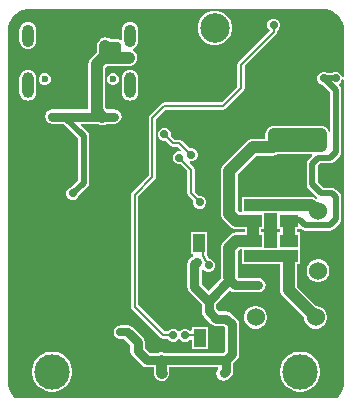
<source format=gbr>
%TF.GenerationSoftware,Altium Limited,Altium Designer,22.7.1 (60)*%
G04 Layer_Physical_Order=4*
G04 Layer_Color=16711680*
%FSLAX45Y45*%
%MOMM*%
%TF.SameCoordinates,1A5FE687-02E9-4ECA-85C8-40D928D14E81*%
%TF.FilePolarity,Positive*%
%TF.FileFunction,Copper,L4,Bot,Signal*%
%TF.Part,Single*%
G01*
G75*
%TA.AperFunction,Conductor*%
%ADD37C,0.80000*%
%ADD38C,1.00000*%
%ADD39C,0.50000*%
%ADD40C,0.20000*%
%ADD42C,0.70000*%
%TA.AperFunction,ComponentPad*%
%ADD46C,0.60000*%
%ADD47O,1.00000X2.20000*%
%ADD48O,1.00000X1.90000*%
%TA.AperFunction,WasherPad*%
%ADD49C,3.00000*%
%TA.AperFunction,ComponentPad*%
%ADD50C,1.52400*%
%ADD51C,2.50000*%
%TA.AperFunction,ViaPad*%
%ADD52C,0.70000*%
%TA.AperFunction,SMDPad,CuDef*%
%ADD53R,1.50000X1.00000*%
%ADD54R,1.00000X1.50000*%
%TA.AperFunction,Conductor*%
%ADD55C,0.90000*%
G36*
X2749416Y3862903D02*
X2780247Y3850132D01*
X2807995Y3831592D01*
X2831592Y3807994D01*
X2850132Y3780248D01*
X2862903Y3749416D01*
X2869414Y3716685D01*
Y3700000D01*
Y3297300D01*
X2857257Y3295988D01*
X2848884Y3316202D01*
X2833412Y3331674D01*
X2813198Y3340047D01*
X2791318D01*
X2771103Y3331674D01*
X2770358Y3330929D01*
X2734158D01*
X2733413Y3331674D01*
X2713198Y3340047D01*
X2691318D01*
X2671103Y3331674D01*
X2655631Y3316202D01*
X2647258Y3295987D01*
Y3274107D01*
X2655631Y3253892D01*
X2671103Y3238421D01*
X2691318Y3230047D01*
X2692371D01*
X2756376Y3166043D01*
Y2835143D01*
X2743676Y2832617D01*
X2738402Y2845349D01*
X2727182Y2859972D01*
X2712559Y2871192D01*
X2695531Y2878245D01*
X2677258Y2880651D01*
X2277258D01*
X2258984Y2878245D01*
X2241956Y2871192D01*
X2227333Y2859972D01*
X2216113Y2845349D01*
X2209060Y2828321D01*
X2206654Y2810047D01*
Y2770604D01*
X2100000D01*
X2081727Y2768198D01*
X2064698Y2761145D01*
X2050076Y2749924D01*
X1850076Y2549924D01*
X1838855Y2535302D01*
X1831802Y2518273D01*
X1829396Y2500000D01*
Y2138626D01*
X1831802Y2120353D01*
X1838855Y2103324D01*
X1850076Y2088702D01*
X1908654Y2030123D01*
X1923277Y2018903D01*
X1940305Y2011849D01*
X1958579Y2009444D01*
X2031654D01*
Y1980651D01*
X1960047D01*
X1941774Y1978245D01*
X1924745Y1971192D01*
X1910123Y1959972D01*
X1850076Y1899925D01*
X1838855Y1885302D01*
X1831802Y1868274D01*
X1829396Y1850000D01*
Y1600000D01*
X1830454Y1591968D01*
X1725000Y1486515D01*
X1666254Y1545261D01*
Y1664917D01*
X1675991Y1668073D01*
X1678954Y1668264D01*
X1693845Y1653373D01*
X1714060Y1645000D01*
X1735940D01*
X1756155Y1653373D01*
X1771627Y1668845D01*
X1780000Y1689060D01*
Y1710940D01*
X1771627Y1731155D01*
X1756155Y1746626D01*
X1735940Y1755000D01*
X1725988Y1756708D01*
X1723659Y1768413D01*
X1717029Y1778337D01*
X1713580Y1781786D01*
X1713042Y1794264D01*
X1713042D01*
Y1984263D01*
X1573042D01*
Y1794263D01*
X1593991D01*
X1597843Y1781563D01*
X1581743Y1770805D01*
X1561821Y1750884D01*
X1548560Y1731037D01*
X1543903Y1707626D01*
Y1519921D01*
X1548560Y1496510D01*
X1561821Y1476664D01*
X1666082Y1372403D01*
Y1310047D01*
X1670739Y1286636D01*
X1684000Y1266790D01*
X1744048Y1206743D01*
X1763894Y1193481D01*
X1787305Y1188825D01*
X1849660D01*
X1863825Y1174660D01*
Y975339D01*
X1849661Y961175D01*
X1347162D01*
X1341968Y963327D01*
X1325000Y965561D01*
X1308031Y963327D01*
X1302838Y961175D01*
X1225340D01*
X1186175Y1000340D01*
Y1050000D01*
X1181519Y1073411D01*
X1168258Y1093257D01*
X1093257Y1168258D01*
X1073411Y1181519D01*
X1067700Y1182655D01*
X1061413Y1186856D01*
X1039953Y1191125D01*
X977258D01*
X971841Y1190047D01*
X966318D01*
X961215Y1187933D01*
X955798Y1186856D01*
X951205Y1183787D01*
X946103Y1181674D01*
X942198Y1177769D01*
X937605Y1174700D01*
X934536Y1170107D01*
X930631Y1166202D01*
X928518Y1161100D01*
X925449Y1156507D01*
X924372Y1151090D01*
X922258Y1145987D01*
Y1140464D01*
X921180Y1135047D01*
X922258Y1129630D01*
Y1124107D01*
X924372Y1119004D01*
X925449Y1113587D01*
X928518Y1108995D01*
X930631Y1103892D01*
X934536Y1099987D01*
X937605Y1095395D01*
X942198Y1092326D01*
X946103Y1088421D01*
X951205Y1086307D01*
X955798Y1083239D01*
X961215Y1082161D01*
X966318Y1080047D01*
X971841D01*
X977258Y1078970D01*
X1009515D01*
X1063825Y1024660D01*
Y975000D01*
X1068481Y951589D01*
X1081743Y931743D01*
X1156743Y856743D01*
X1176589Y843481D01*
X1200000Y838825D01*
X1259439D01*
Y787305D01*
X1261673Y770337D01*
X1268223Y754525D01*
X1278642Y740947D01*
X1280899Y738689D01*
X1294477Y728270D01*
X1310289Y721721D01*
X1327258Y719487D01*
X1344226Y721721D01*
X1360038Y728270D01*
X1373616Y738689D01*
X1384035Y752267D01*
X1390584Y768079D01*
X1392818Y785047D01*
X1390584Y802016D01*
X1390561Y802073D01*
Y838825D01*
X1801559D01*
X1805223Y833645D01*
X1807543Y826125D01*
X1795739Y808458D01*
X1791082Y785047D01*
X1795739Y761637D01*
X1809000Y741790D01*
X1828847Y728529D01*
X1852258Y723872D01*
X1875669Y728529D01*
X1895515Y741790D01*
X1918258Y764532D01*
X1931519Y784379D01*
X1936175Y807790D01*
Y874660D01*
X1968257Y906742D01*
X1981519Y926589D01*
X1986175Y950000D01*
Y1200000D01*
X1981519Y1223411D01*
X1968257Y1243258D01*
X1918257Y1293258D01*
X1898411Y1306519D01*
X1875000Y1311175D01*
X1812645D01*
X1788433Y1335387D01*
Y1376918D01*
X1903455Y1491940D01*
X1903605Y1491790D01*
X1923452Y1478528D01*
X1946863Y1473872D01*
X2146858D01*
X2170268Y1478528D01*
X2190115Y1491790D01*
X2203376Y1511636D01*
X2208033Y1535047D01*
X2203376Y1558458D01*
X2190115Y1578305D01*
X2170268Y1591566D01*
X2146858Y1596223D01*
X1982830D01*
X1970604Y1600000D01*
Y1820755D01*
X1989292Y1839443D01*
X2007258D01*
Y1710047D01*
X2097670D01*
X2102258Y1709443D01*
X2331653D01*
Y1489048D01*
X2334059Y1470774D01*
X2341112Y1453746D01*
X2352333Y1439123D01*
X2535058Y1256398D01*
Y1247382D01*
X2541614Y1222916D01*
X2554279Y1200979D01*
X2572189Y1183068D01*
X2594126Y1170403D01*
X2618593Y1163847D01*
X2643923D01*
X2668389Y1170403D01*
X2690326Y1183068D01*
X2708237Y1200979D01*
X2720902Y1222916D01*
X2727458Y1247382D01*
Y1272712D01*
X2720902Y1297179D01*
X2708237Y1319115D01*
X2690326Y1337026D01*
X2668389Y1349691D01*
X2643923Y1356247D01*
X2634907D01*
X2472861Y1518293D01*
Y1710047D01*
X2497257D01*
Y1840047D01*
Y1980047D01*
X2472861D01*
Y2010048D01*
X2497257D01*
X2497257Y2010047D01*
Y2010047D01*
X2508992Y2006735D01*
X2510158Y2005569D01*
X2525043Y1995623D01*
X2542601Y1992131D01*
X2750933D01*
X2768491Y1995623D01*
X2783376Y2005569D01*
X2834701Y2056894D01*
X2844647Y2071779D01*
X2848139Y2089337D01*
Y2280758D01*
X2844647Y2298316D01*
X2834701Y2313201D01*
X2805411Y2342491D01*
X2790526Y2352436D01*
X2772968Y2355929D01*
X2696262D01*
X2648139Y2404052D01*
Y2541042D01*
X2671262Y2564166D01*
X2752257D01*
X2769816Y2567658D01*
X2784701Y2577604D01*
X2834701Y2627604D01*
X2844647Y2642489D01*
X2848139Y2660047D01*
Y3185047D01*
X2844647Y3202606D01*
X2834701Y3217491D01*
X2827606Y3224586D01*
X2830083Y3237042D01*
X2833412Y3238421D01*
X2848884Y3253892D01*
X2857257Y3274107D01*
X2869414Y3272794D01*
Y700000D01*
Y683314D01*
X2862903Y650584D01*
X2850132Y619753D01*
X2831592Y592005D01*
X2814587Y575000D01*
X85413D01*
X68408Y592005D01*
X49868Y619752D01*
X37097Y650584D01*
X30586Y683314D01*
Y700000D01*
Y3700000D01*
Y3716686D01*
X37097Y3749416D01*
X49868Y3780247D01*
X68408Y3807995D01*
X92005Y3831592D01*
X119752Y3850132D01*
X150584Y3862903D01*
X183314Y3869414D01*
X2716685D01*
X2749416Y3862903D01*
D02*
G37*
G36*
X2605034Y2627710D02*
X2569815Y2592490D01*
X2559869Y2577605D01*
X2556376Y2560047D01*
Y2385047D01*
X2559869Y2367489D01*
X2569815Y2352604D01*
X2642825Y2279594D01*
X2642177Y2271237D01*
X2639860Y2265641D01*
X2635978Y2264594D01*
X2627380Y2271192D01*
X2610352Y2278245D01*
X2592078Y2280651D01*
X2102258D01*
X2097670Y2280047D01*
X2007258D01*
Y2150651D01*
X1987824D01*
X1970604Y2167871D01*
Y2470755D01*
X2129245Y2629396D01*
X2267210D01*
X2285484Y2631802D01*
X2302512Y2638855D01*
X2303279Y2639444D01*
X2600174D01*
X2605034Y2627710D01*
D02*
G37*
G36*
X2307258Y2010048D02*
X2331653D01*
Y1980047D01*
X2307257D01*
Y1850651D01*
X2197257D01*
Y1980047D01*
X2172862D01*
Y2010048D01*
X2197257D01*
Y2139444D01*
X2307258D01*
Y2010048D01*
D02*
G37*
%LPC*%
G36*
X1059758Y3760651D02*
X1041484Y3758245D01*
X1024456Y3751192D01*
X1009833Y3739972D01*
X998613Y3725349D01*
X991560Y3708321D01*
X989154Y3690047D01*
Y3617526D01*
X981732Y3611545D01*
X976454Y3610028D01*
X973718Y3611856D01*
X968301Y3612933D01*
X963198Y3615047D01*
X957674D01*
X952258Y3616125D01*
X894163D01*
X887560Y3621192D01*
X870531Y3628245D01*
X852258Y3630651D01*
X833984Y3628245D01*
X816956Y3621192D01*
X802333Y3609972D01*
X791113Y3595349D01*
X784060Y3578321D01*
X781654Y3560047D01*
Y3505714D01*
X727333Y3451393D01*
X716113Y3436771D01*
X709060Y3419742D01*
X706654Y3401469D01*
Y3021223D01*
X402258D01*
X378847Y3016566D01*
X359000Y3003305D01*
X345739Y2983458D01*
X341082Y2960047D01*
X345739Y2936636D01*
X359000Y2916790D01*
X378847Y2903529D01*
X402258Y2898872D01*
X498547D01*
X622400Y2775019D01*
Y2420076D01*
X567371Y2365047D01*
X566318D01*
X546103Y2356674D01*
X530631Y2341202D01*
X522258Y2320987D01*
Y2299107D01*
X530631Y2278893D01*
X546103Y2263421D01*
X566318Y2255048D01*
X588198D01*
X608413Y2263421D01*
X623884Y2278893D01*
X632258Y2299107D01*
Y2300161D01*
X700725Y2368628D01*
X710671Y2383513D01*
X714163Y2401071D01*
Y2794023D01*
X710671Y2811582D01*
X700725Y2826467D01*
X640053Y2887139D01*
X644913Y2898872D01*
X792030D01*
X808984Y2891849D01*
X827258Y2889444D01*
X845531Y2891849D01*
X862485Y2898872D01*
X927258D01*
X950669Y2903529D01*
X970515Y2916790D01*
X983777Y2936636D01*
X988433Y2960047D01*
X983777Y2983458D01*
X970515Y3003305D01*
X950669Y3016566D01*
X927258Y3021223D01*
X865931D01*
X847862Y3039292D01*
Y3372224D01*
X865082Y3389444D01*
X1052258D01*
X1070531Y3391849D01*
X1087560Y3398903D01*
X1102182Y3410123D01*
X1113402Y3424746D01*
X1120456Y3441774D01*
X1122862Y3460047D01*
X1120456Y3478321D01*
X1113402Y3495349D01*
X1102182Y3509972D01*
X1087560Y3521192D01*
X1086524Y3521621D01*
Y3535367D01*
X1095060Y3538903D01*
X1109682Y3550123D01*
X1120902Y3564745D01*
X1127956Y3581774D01*
X1130361Y3600047D01*
Y3690047D01*
X1127956Y3708321D01*
X1120902Y3725349D01*
X1109682Y3739972D01*
X1095060Y3751192D01*
X1078031Y3758245D01*
X1059758Y3760651D01*
D02*
G37*
G36*
X1796347Y3855047D02*
X1758168D01*
X1721290Y3845166D01*
X1688225Y3826076D01*
X1661229Y3799080D01*
X1642139Y3766015D01*
X1632258Y3729137D01*
Y3690958D01*
X1642139Y3654080D01*
X1661229Y3621015D01*
X1688225Y3594018D01*
X1721290Y3574929D01*
X1758168Y3565047D01*
X1796347D01*
X1833225Y3574929D01*
X1866290Y3594018D01*
X1893287Y3621015D01*
X1912376Y3654080D01*
X1922258Y3690958D01*
Y3729137D01*
X1912376Y3766015D01*
X1893287Y3799080D01*
X1866290Y3826076D01*
X1833225Y3845166D01*
X1796347Y3855047D01*
D02*
G37*
G36*
X194758Y3760651D02*
X176484Y3758245D01*
X159456Y3751192D01*
X144833Y3739972D01*
X133613Y3725349D01*
X126560Y3708321D01*
X124154Y3690047D01*
Y3600047D01*
X126560Y3581774D01*
X133613Y3564745D01*
X144833Y3550123D01*
X159456Y3538903D01*
X176484Y3531849D01*
X194758Y3529444D01*
X213031Y3531849D01*
X230059Y3538903D01*
X244682Y3550123D01*
X255902Y3564745D01*
X262956Y3581774D01*
X265361Y3600047D01*
Y3690047D01*
X262956Y3708321D01*
X255902Y3725349D01*
X244682Y3739972D01*
X230059Y3751192D01*
X213031Y3758245D01*
X194758Y3760651D01*
D02*
G37*
G36*
X927203Y3325047D02*
X907312D01*
X888935Y3317435D01*
X874869Y3303370D01*
X867258Y3284993D01*
Y3265102D01*
X874869Y3246725D01*
X888935Y3232659D01*
X907312Y3225047D01*
X927203D01*
X945580Y3232659D01*
X959646Y3246725D01*
X967257Y3265102D01*
Y3284993D01*
X959646Y3303370D01*
X945580Y3317435D01*
X927203Y3325047D01*
D02*
G37*
G36*
X347203D02*
X327312D01*
X308935Y3317435D01*
X294870Y3303370D01*
X287258Y3284993D01*
Y3265102D01*
X294870Y3246725D01*
X308935Y3232659D01*
X327312Y3225047D01*
X347203D01*
X365580Y3232659D01*
X379646Y3246725D01*
X387258Y3265102D01*
Y3284993D01*
X379646Y3303370D01*
X365580Y3317435D01*
X347203Y3325047D01*
D02*
G37*
G36*
X1059758Y3355651D02*
X1041484Y3353246D01*
X1024456Y3346192D01*
X1009833Y3334972D01*
X998613Y3320349D01*
X991560Y3303321D01*
X989154Y3285048D01*
Y3165047D01*
X991560Y3146774D01*
X998613Y3129745D01*
X1009833Y3115123D01*
X1024456Y3103903D01*
X1041484Y3096849D01*
X1059758Y3094443D01*
X1078031Y3096849D01*
X1095060Y3103903D01*
X1109682Y3115123D01*
X1120902Y3129745D01*
X1127956Y3146774D01*
X1130361Y3165047D01*
Y3285048D01*
X1127956Y3303321D01*
X1120902Y3320349D01*
X1109682Y3334972D01*
X1095060Y3346192D01*
X1078031Y3353246D01*
X1059758Y3355651D01*
D02*
G37*
G36*
X194758D02*
X176484Y3353246D01*
X159456Y3346192D01*
X144833Y3334972D01*
X133613Y3320349D01*
X126560Y3303321D01*
X124154Y3285048D01*
Y3165047D01*
X126560Y3146774D01*
X133613Y3129745D01*
X144833Y3115123D01*
X159456Y3103903D01*
X176484Y3096849D01*
X194758Y3094443D01*
X213031Y3096849D01*
X230059Y3103903D01*
X244682Y3115123D01*
X255902Y3129745D01*
X262956Y3146774D01*
X265361Y3165047D01*
Y3285048D01*
X262956Y3303321D01*
X255902Y3320349D01*
X244682Y3334972D01*
X230059Y3346192D01*
X213031Y3353246D01*
X194758Y3355651D01*
D02*
G37*
G36*
X2288198Y3790047D02*
X2266318D01*
X2246103Y3781674D01*
X2230631Y3766202D01*
X2222258Y3745987D01*
Y3724107D01*
X2230631Y3703893D01*
X2245633Y3688891D01*
X1978371Y3421629D01*
X1971741Y3411705D01*
X1969412Y3400000D01*
X1969412Y3399999D01*
Y3212670D01*
X1837330Y3080588D01*
X1350000D01*
X1338295Y3078259D01*
X1328371Y3071629D01*
X1328371Y3071628D01*
X1228371Y2971629D01*
X1221741Y2961705D01*
X1219412Y2950000D01*
X1219412Y2949999D01*
Y2462670D01*
X1078371Y2321629D01*
X1071741Y2311705D01*
X1069412Y2300000D01*
X1069412Y2299999D01*
Y1350001D01*
X1069412Y1350000D01*
X1071741Y1338295D01*
X1078371Y1328371D01*
X1318324Y1088418D01*
X1328248Y1081788D01*
X1339953Y1079459D01*
X1339954Y1079460D01*
X1380396D01*
X1380631Y1078892D01*
X1396103Y1063421D01*
X1416318Y1055047D01*
X1438198D01*
X1458413Y1063421D01*
X1468961Y1073969D01*
X1477258Y1077469D01*
X1485554Y1073969D01*
X1496103Y1063421D01*
X1516318Y1055047D01*
X1538198D01*
X1558412Y1063421D01*
X1569558Y1074566D01*
X1582258Y1069305D01*
Y990048D01*
X1722257D01*
Y1180047D01*
X1582258D01*
Y1150789D01*
X1569558Y1145529D01*
X1558412Y1156674D01*
X1538198Y1165047D01*
X1516318D01*
X1496103Y1156674D01*
X1485554Y1146125D01*
X1477258Y1142626D01*
X1468961Y1146125D01*
X1458413Y1156674D01*
X1438198Y1165047D01*
X1416318D01*
X1396103Y1156674D01*
X1380631Y1141202D01*
X1380396Y1140635D01*
X1352623D01*
X1130588Y1362670D01*
Y2287330D01*
X1271628Y2428371D01*
X1271629Y2428371D01*
X1278259Y2438295D01*
X1280588Y2450000D01*
Y2937330D01*
X1362670Y3019412D01*
X1849999D01*
X1850000Y3019412D01*
X1861705Y3021741D01*
X1871629Y3028371D01*
X2021628Y3178371D01*
X2021629Y3178371D01*
X2028259Y3188295D01*
X2030588Y3200000D01*
Y3387330D01*
X2298886Y3655629D01*
X2305517Y3665552D01*
X2307846Y3677258D01*
X2307845Y3677259D01*
Y3688186D01*
X2308412Y3688421D01*
X2323884Y3703893D01*
X2332257Y3724107D01*
Y3745987D01*
X2323884Y3766202D01*
X2308412Y3781674D01*
X2288198Y3790047D01*
D02*
G37*
G36*
X1363198Y2865047D02*
X1341318D01*
X1321103Y2856674D01*
X1305631Y2841202D01*
X1297258Y2820987D01*
Y2799107D01*
X1305631Y2778892D01*
X1321103Y2763421D01*
X1341318Y2755047D01*
X1363198D01*
X1363765Y2755282D01*
X1405629Y2713418D01*
X1415552Y2706788D01*
X1427257Y2704459D01*
X1427259Y2704460D01*
X1464588D01*
X1492267Y2676781D01*
X1490261Y2670997D01*
X1486039Y2665047D01*
X1466318D01*
X1446103Y2656674D01*
X1430631Y2641202D01*
X1422258Y2620987D01*
Y2599107D01*
X1430631Y2578892D01*
X1446103Y2563421D01*
X1466318Y2555047D01*
X1488198D01*
X1488765Y2555282D01*
X1546670Y2497378D01*
Y2310048D01*
X1546670Y2310047D01*
X1548998Y2298342D01*
X1555629Y2288418D01*
X1597493Y2246555D01*
X1597258Y2245987D01*
Y2224107D01*
X1605631Y2203892D01*
X1621103Y2188421D01*
X1641318Y2180047D01*
X1663198D01*
X1683412Y2188421D01*
X1698884Y2203892D01*
X1707257Y2224107D01*
Y2245987D01*
X1698884Y2266202D01*
X1683412Y2281674D01*
X1663198Y2290047D01*
X1641318D01*
X1640750Y2289812D01*
X1607845Y2322717D01*
Y2510047D01*
X1605517Y2521753D01*
X1598887Y2531676D01*
X1598886Y2531677D01*
X1562249Y2568314D01*
X1564254Y2574098D01*
X1568476Y2580047D01*
X1588198D01*
X1608413Y2588421D01*
X1623884Y2603892D01*
X1632258Y2624107D01*
Y2645987D01*
X1623884Y2666202D01*
X1608413Y2681674D01*
X1588198Y2690047D01*
X1566318D01*
X1565750Y2689812D01*
X1498887Y2756676D01*
X1488963Y2763307D01*
X1477258Y2765635D01*
X1477256Y2765635D01*
X1439928D01*
X1407023Y2798540D01*
X1407258Y2799107D01*
Y2820987D01*
X1398884Y2841202D01*
X1383413Y2856674D01*
X1363198Y2865047D01*
D02*
G37*
G36*
X2664923Y1752247D02*
X2639593D01*
X2615126Y1745691D01*
X2593189Y1733026D01*
X2575279Y1715115D01*
X2562614Y1693179D01*
X2556058Y1668712D01*
Y1643382D01*
X2562614Y1618915D01*
X2575279Y1596979D01*
X2593189Y1579068D01*
X2615126Y1566403D01*
X2639593Y1559847D01*
X2664923D01*
X2689389Y1566403D01*
X2711326Y1579068D01*
X2729237Y1596979D01*
X2741902Y1618915D01*
X2748458Y1643382D01*
Y1668712D01*
X2741902Y1693179D01*
X2729237Y1715115D01*
X2711326Y1733026D01*
X2689389Y1745691D01*
X2664923Y1752247D01*
D02*
G37*
G36*
X2135923Y1356247D02*
X2110593D01*
X2086126Y1349691D01*
X2064189Y1337026D01*
X2046279Y1319115D01*
X2033614Y1297179D01*
X2027058Y1272712D01*
Y1247382D01*
X2033614Y1222916D01*
X2046279Y1200979D01*
X2064189Y1183068D01*
X2086126Y1170403D01*
X2110593Y1163847D01*
X2135923D01*
X2160389Y1170403D01*
X2182326Y1183068D01*
X2200237Y1200979D01*
X2212902Y1222916D01*
X2219458Y1247382D01*
Y1272712D01*
X2212902Y1297179D01*
X2200237Y1319115D01*
X2182326Y1337026D01*
X2160389Y1349691D01*
X2135923Y1356247D01*
D02*
G37*
G36*
X2516744Y970000D02*
X2483257D01*
X2450413Y963467D01*
X2419475Y950652D01*
X2391631Y932047D01*
X2367953Y908369D01*
X2349348Y880525D01*
X2336533Y849587D01*
X2330000Y816743D01*
Y783256D01*
X2336533Y750413D01*
X2349348Y719475D01*
X2367953Y691631D01*
X2391631Y667952D01*
X2419475Y649348D01*
X2450413Y636533D01*
X2483257Y630000D01*
X2516744D01*
X2549587Y636533D01*
X2580525Y649348D01*
X2608369Y667952D01*
X2632048Y691631D01*
X2650652Y719475D01*
X2663467Y750413D01*
X2670000Y783256D01*
Y816743D01*
X2663467Y849587D01*
X2650652Y880525D01*
X2632048Y908369D01*
X2608369Y932047D01*
X2580525Y950652D01*
X2549587Y963467D01*
X2516744Y970000D01*
D02*
G37*
G36*
X416743D02*
X383257D01*
X350413Y963467D01*
X319475Y950652D01*
X291631Y932047D01*
X267952Y908369D01*
X249348Y880525D01*
X236533Y849587D01*
X230000Y816743D01*
Y783256D01*
X236533Y750413D01*
X249348Y719475D01*
X267952Y691631D01*
X291631Y667952D01*
X319475Y649348D01*
X350413Y636533D01*
X383257Y630000D01*
X416743D01*
X449587Y636533D01*
X480525Y649348D01*
X508369Y667952D01*
X532047Y691631D01*
X550652Y719475D01*
X563467Y750413D01*
X570000Y783256D01*
Y816743D01*
X563467Y849587D01*
X550652Y880525D01*
X532047Y908369D01*
X508369Y932047D01*
X480525Y950652D01*
X449587Y963467D01*
X416743Y970000D01*
D02*
G37*
%LPD*%
D37*
X1727258Y1310047D02*
Y1402258D01*
X1925000Y950000D02*
Y1200000D01*
X1727258Y1310047D02*
X1787305Y1250000D01*
X1875000D01*
X1925000Y1200000D01*
X1875000Y900000D02*
X1925000Y950000D01*
X1325000Y900000D02*
X1875000D01*
X502258Y2960047D02*
X777258D01*
X827258D01*
X1605079Y1707626D02*
X1625000Y1727547D01*
X1605079Y1519921D02*
Y1707626D01*
Y1519921D02*
X1722743Y1402258D01*
X1727258D01*
X1875000Y807790D02*
Y900000D01*
X1852258Y785047D02*
X1875000Y807790D01*
X1200000Y900000D02*
X1325000D01*
X1050000Y1125000D02*
X1125000Y1050000D01*
Y975000D02*
Y1050000D01*
Y975000D02*
X1200000Y900000D01*
X1900000Y1575000D02*
Y1581910D01*
X1727258Y1402258D02*
X1900000Y1575000D01*
Y1581910D02*
X1946863Y1535047D01*
X1900000Y1581910D02*
Y1600000D01*
X1946863Y1535047D02*
X2146858D01*
X827258Y2960047D02*
X927258D01*
X402258D02*
X502258D01*
D38*
X2402257Y1910047D02*
X2402257D01*
Y2080047D02*
X2402258D01*
X2402257Y1910047D02*
Y2080047D01*
X2277258Y2710047D02*
X2377258Y2810047D01*
X2477258Y2710047D02*
X2577258Y2810047D01*
X2677258Y2710047D02*
Y2810047D01*
X1900000Y1850000D02*
X1960047Y1910047D01*
X2102258D01*
X2377258Y2810047D02*
X2477257Y2710047D01*
X2577258Y2810047D02*
X2677258Y2710047D01*
X1900000Y1600000D02*
Y1850000D01*
X1958579Y2080047D02*
X2102258D01*
X1900000Y2138626D02*
Y2500000D01*
Y2138626D02*
X1958579Y2080047D01*
X2102258Y1910047D02*
Y2080047D01*
X1900000Y2500000D02*
X2100000Y2700000D01*
X2267210D01*
X2277258Y2710047D01*
X2477258D02*
X2577258D01*
X2477258D02*
X2477258D01*
X2477257D02*
X2477258D01*
X2377258D02*
X2477257D01*
X2277258D02*
X2377258D01*
X2277258D02*
X2277258D01*
X2577258D02*
X2677258D01*
X2577258Y2810047D02*
X2677258D01*
X2477258D02*
X2577258D01*
X2377258D02*
X2477258D01*
X2277258D02*
X2377258D01*
X2277258Y2710047D02*
Y2810047D01*
X852258Y3560047D02*
X952257Y3460047D01*
X852258D02*
X952257D01*
X952258D01*
X852258D02*
Y3560047D01*
X952258Y3460047D02*
X1052258D01*
X777258Y3401469D02*
X835837Y3460047D01*
X852258D01*
X2102258Y2210047D02*
X2402258D01*
X2102258Y1780047D02*
X2402257D01*
X777258Y3010047D02*
Y3401469D01*
Y3010047D02*
X827258Y2960047D01*
X2592078Y2210047D02*
X2638078Y2164047D01*
X2402258Y2210047D02*
X2592078D01*
X2638078Y2164047D02*
X2652258D01*
X2402257Y1489048D02*
Y1780047D01*
Y1489048D02*
X2631258Y1260047D01*
D39*
X577258Y2310047D02*
X668282Y2401071D01*
X502258Y2960047D02*
X668282Y2794023D01*
Y2401071D02*
Y2794023D01*
X2677258Y2310047D02*
X2772968D01*
X2802258Y2089337D02*
Y2280758D01*
X2542601Y2038012D02*
X2750933D01*
X2802258Y2089337D01*
X2772968Y2310047D02*
X2802258Y2280758D01*
X2652258Y2610047D02*
X2752257D01*
X2702258Y3285047D02*
X2802258Y3185047D01*
Y2660047D02*
Y3185047D01*
X2702258Y3285047D02*
X2802258D01*
X2752257Y2610047D02*
X2802258Y2660047D01*
X2495566Y2085047D02*
X2542601Y2038012D01*
X2402258Y2080047D02*
X2407258Y2085047D01*
X2602258Y2560047D02*
X2652258Y2610047D01*
X2602258Y2385047D02*
Y2560047D01*
Y2385047D02*
X2677258Y2310047D01*
X2407258Y2085047D02*
X2495566D01*
D40*
X2277258Y3677258D02*
Y3735047D01*
X2000000Y3400000D02*
X2277258Y3677258D01*
X2000000Y3200000D02*
Y3400000D01*
X1850000Y3050000D02*
X2000000Y3200000D01*
X1250000Y2950000D02*
X1350000Y3050000D01*
X1850000D01*
X1250000Y2450000D02*
Y2950000D01*
X1100000Y2300000D02*
X1250000Y2450000D01*
X1100000Y1350000D02*
Y2300000D01*
Y1350000D02*
X1339953Y1110047D01*
X1427258D01*
X1695400Y1743130D02*
X1725000Y1713530D01*
Y1700000D02*
Y1713530D01*
X1695400Y1743130D02*
Y1756708D01*
X1675000Y1777108D02*
X1695400Y1756708D01*
X1675000Y1777108D02*
Y1857305D01*
X1643042Y1889263D02*
X1675000Y1857305D01*
X1577258Y2310047D02*
X1652258Y2235047D01*
X1627258Y1110047D02*
X1652258Y1085047D01*
X1527258Y1110047D02*
X1627258D01*
X1477258Y2735047D02*
X1577258Y2635047D01*
X1477258Y2610047D02*
X1577258Y2510047D01*
Y2310047D02*
Y2510047D01*
X1352258Y2810047D02*
X1427257Y2735047D01*
X1477258D01*
D42*
X1039953Y1135047D02*
X1050000Y1125000D01*
X977258Y1135047D02*
X1039953D01*
X952258Y3460047D02*
Y3560047D01*
X852258D02*
X952258D01*
D46*
X337258Y3275047D02*
D03*
X917258D02*
D03*
D47*
X1059758Y3225047D02*
D03*
X194758D02*
D03*
D48*
Y3645047D02*
D03*
X1059758D02*
D03*
D49*
X400000Y800000D02*
D03*
X2500000D02*
D03*
D50*
X2631258Y1260047D02*
D03*
X2377258D02*
D03*
X2123258D02*
D03*
X2652258Y2164047D02*
D03*
Y1910047D02*
D03*
Y1656047D02*
D03*
D51*
X1427258Y3710047D02*
D03*
X1777258D02*
D03*
D52*
X2800000Y1450000D02*
D03*
X1684746Y2858152D02*
D03*
X1074228Y2738144D02*
D03*
X1019875Y2491467D02*
D03*
X650000Y3650000D02*
D03*
X500000D02*
D03*
X350000D02*
D03*
X400000Y2250000D02*
D03*
Y2100000D02*
D03*
X250000Y2050000D02*
D03*
Y2200000D02*
D03*
Y2350000D02*
D03*
X2550000Y1100000D02*
D03*
X2400000D02*
D03*
X2250000D02*
D03*
X2100000Y950000D02*
D03*
X2250000D02*
D03*
Y800000D02*
D03*
X2100000D02*
D03*
X100000Y2550000D02*
D03*
Y2400000D02*
D03*
Y2250000D02*
D03*
Y2100000D02*
D03*
Y1950000D02*
D03*
Y1800000D02*
D03*
Y1650000D02*
D03*
Y1500000D02*
D03*
Y1350000D02*
D03*
Y1200000D02*
D03*
Y1050000D02*
D03*
X177502Y631797D02*
D03*
X100000Y750000D02*
D03*
Y900000D02*
D03*
X700000D02*
D03*
X650000Y750000D02*
D03*
X1200000Y650000D02*
D03*
X1350000D02*
D03*
X1500000D02*
D03*
X1650000D02*
D03*
X1800000D02*
D03*
X1950000D02*
D03*
X2100000D02*
D03*
X2250000D02*
D03*
X2800000Y700000D02*
D03*
Y850000D02*
D03*
Y1000000D02*
D03*
X1250000Y3800000D02*
D03*
X950000D02*
D03*
X800000D02*
D03*
X650000D02*
D03*
X500000D02*
D03*
X350000D02*
D03*
X725000Y1900000D02*
D03*
X850000D02*
D03*
Y1800000D02*
D03*
X770000Y610000D02*
D03*
X2827258Y2510047D02*
D03*
X450000Y2850000D02*
D03*
Y2400000D02*
D03*
X177258Y2860047D02*
D03*
Y2960047D02*
D03*
X1727258Y1310047D02*
D03*
X1602258Y785047D02*
D03*
X1727258D02*
D03*
X1888869Y1994439D02*
D03*
X1725000Y1700000D02*
D03*
X1727258Y1585047D02*
D03*
X877258Y1135047D02*
D03*
X777258Y1035047D02*
D03*
X1477258Y785047D02*
D03*
X2146858Y1635447D02*
D03*
X1927258Y1410047D02*
D03*
X1625000Y1727547D02*
D03*
X1815653Y1943528D02*
D03*
X1652258Y2235047D02*
D03*
X1727258Y2535047D02*
D03*
X1427258Y1110047D02*
D03*
X1527258D02*
D03*
X2252258Y2535047D02*
D03*
X2177258Y3285047D02*
D03*
X1577258Y2635047D02*
D03*
X977258Y1135047D02*
D03*
X1427258Y1010047D02*
D03*
X1852258Y785047D02*
D03*
X427258Y1410047D02*
D03*
X277258Y2960047D02*
D03*
X227258Y1910047D02*
D03*
Y1710047D02*
D03*
Y1810047D02*
D03*
X827258Y2960047D02*
D03*
X1127258D02*
D03*
X927258D02*
D03*
X502258D02*
D03*
X402258D02*
D03*
X1027658D02*
D03*
X527258Y1410047D02*
D03*
X627258D02*
D03*
X1367258Y1485047D02*
D03*
X1242258D02*
D03*
X1492258D02*
D03*
Y1360047D02*
D03*
X1367258D02*
D03*
X1242258D02*
D03*
Y1610047D02*
D03*
X1367258D02*
D03*
X1492258D02*
D03*
X227258Y1410047D02*
D03*
Y1510047D02*
D03*
Y1610047D02*
D03*
X327258Y1410047D02*
D03*
X1759758Y3420047D02*
D03*
Y3300048D02*
D03*
X1669758D02*
D03*
Y3420047D02*
D03*
X2702258Y3285047D02*
D03*
X2602258Y3262947D02*
D03*
X1212093Y3203863D02*
D03*
X2677258Y2810047D02*
D03*
X2727258Y2410047D02*
D03*
X2677258Y2710047D02*
D03*
X2252258Y2435047D02*
D03*
X2477258Y2710047D02*
D03*
X2577258Y2810047D02*
D03*
X2477258D02*
D03*
X2377258D02*
D03*
Y2710047D02*
D03*
X2577258D02*
D03*
X2727258Y2510047D02*
D03*
X2827258Y2410047D02*
D03*
X1227258Y3585047D02*
D03*
X952258Y3560047D02*
D03*
Y3460047D02*
D03*
X1052258D02*
D03*
X2802258Y3285047D02*
D03*
X2466557Y3435047D02*
D03*
X752258Y1360047D02*
D03*
X630028Y1944480D02*
D03*
X777258Y2310047D02*
D03*
X577258D02*
D03*
X430028Y1944480D02*
D03*
X330028D02*
D03*
X530028D02*
D03*
X354604Y2632701D02*
D03*
X1127258Y2860047D02*
D03*
X277258D02*
D03*
X1352258Y2810047D02*
D03*
X2277258Y2710047D02*
D03*
Y2810047D02*
D03*
X1477258Y2610047D02*
D03*
X1027258Y2860047D02*
D03*
X999911Y2632701D02*
D03*
X2252258Y2335047D02*
D03*
X2146858Y1535047D02*
D03*
X2777258Y3660047D02*
D03*
X1980449Y3735503D02*
D03*
X2277258Y3735047D02*
D03*
X852258Y3560047D02*
D03*
Y3460047D02*
D03*
X752258Y1235047D02*
D03*
X1327258Y785047D02*
D03*
X1102258D02*
D03*
D53*
X2102258Y1910047D02*
D03*
Y1780047D02*
D03*
Y2080047D02*
D03*
Y2210047D02*
D03*
X2402258Y2080047D02*
D03*
Y2210047D02*
D03*
X2402257Y1910047D02*
D03*
Y1780047D02*
D03*
D54*
X1643042Y1889263D02*
D03*
X1513042D02*
D03*
X1652258Y1085047D02*
D03*
X1782258D02*
D03*
D55*
X1325000Y787305D02*
Y900000D01*
Y787305D02*
X1327258Y785047D01*
%TF.MD5,55636e1d191b8e111cc8668afc614bfe*%
M02*

</source>
